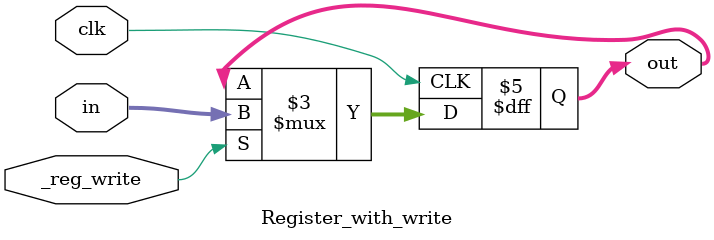
<source format=v>
module Register_with_write(
	input [15:0] in,
	output reg [15:0] out,
	input _reg_write,
	input clk
	);

	initial
	begin
		out <= 16'b0;
	end

	always @ (posedge clk)
	begin
		if (_reg_write)
		  out <= in;
	end
endmodule
</source>
